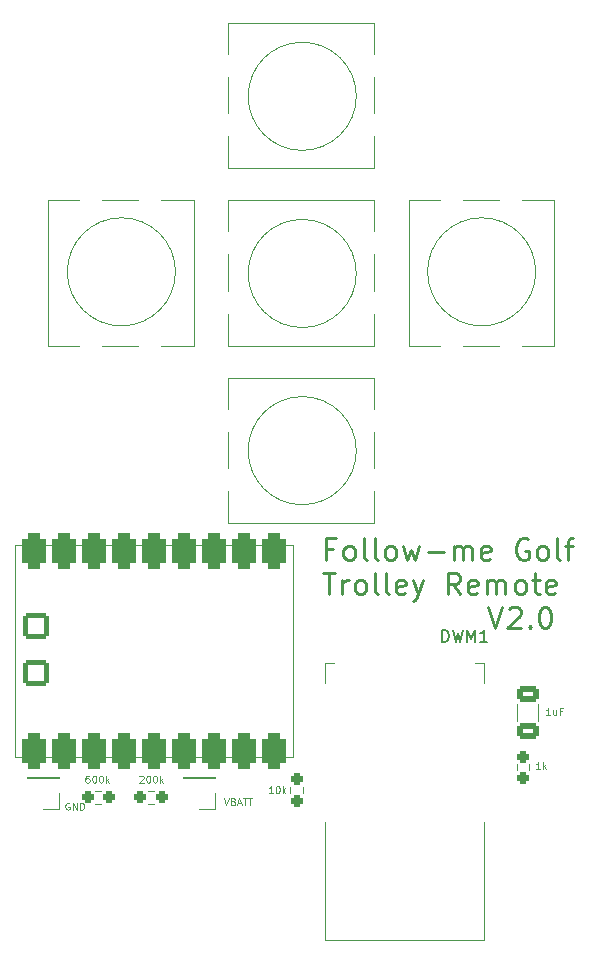
<source format=gto>
G04 #@! TF.GenerationSoftware,KiCad,Pcbnew,7.0.10*
G04 #@! TF.CreationDate,2024-05-11T00:59:34-04:00*
G04 #@! TF.ProjectId,Remote PCB V2,52656d6f-7465-4205-9043-422056322e6b,rev?*
G04 #@! TF.SameCoordinates,Original*
G04 #@! TF.FileFunction,Legend,Top*
G04 #@! TF.FilePolarity,Positive*
%FSLAX46Y46*%
G04 Gerber Fmt 4.6, Leading zero omitted, Abs format (unit mm)*
G04 Created by KiCad (PCBNEW 7.0.10) date 2024-05-11 00:59:34*
%MOMM*%
%LPD*%
G01*
G04 APERTURE LIST*
G04 Aperture macros list*
%AMRoundRect*
0 Rectangle with rounded corners*
0 $1 Rounding radius*
0 $2 $3 $4 $5 $6 $7 $8 $9 X,Y pos of 4 corners*
0 Add a 4 corners polygon primitive as box body*
4,1,4,$2,$3,$4,$5,$6,$7,$8,$9,$2,$3,0*
0 Add four circle primitives for the rounded corners*
1,1,$1+$1,$2,$3*
1,1,$1+$1,$4,$5*
1,1,$1+$1,$6,$7*
1,1,$1+$1,$8,$9*
0 Add four rect primitives between the rounded corners*
20,1,$1+$1,$2,$3,$4,$5,0*
20,1,$1+$1,$4,$5,$6,$7,0*
20,1,$1+$1,$6,$7,$8,$9,0*
20,1,$1+$1,$8,$9,$2,$3,0*%
G04 Aperture macros list end*
%ADD10C,0.100000*%
%ADD11C,0.270000*%
%ADD12C,0.150000*%
%ADD13C,0.120000*%
%ADD14RoundRect,0.250000X-0.650000X0.412500X-0.650000X-0.412500X0.650000X-0.412500X0.650000X0.412500X0*%
%ADD15R,1.700000X1.700000*%
%ADD16O,3.048000X1.850000*%
%ADD17RoundRect,0.237500X0.237500X-0.250000X0.237500X0.250000X-0.237500X0.250000X-0.237500X-0.250000X0*%
%ADD18RoundRect,0.237500X-0.237500X0.250000X-0.237500X-0.250000X0.237500X-0.250000X0.237500X0.250000X0*%
%ADD19O,1.850000X3.048000*%
%ADD20RoundRect,0.237500X0.250000X0.237500X-0.250000X0.237500X-0.250000X-0.237500X0.250000X-0.237500X0*%
%ADD21RoundRect,0.500000X0.500000X-1.000000X0.500000X1.000000X-0.500000X1.000000X-0.500000X-1.000000X0*%
%ADD22RoundRect,0.220000X0.880000X-0.880000X0.880000X0.880000X-0.880000X0.880000X-0.880000X-0.880000X0*%
%ADD23R,1.000000X1.000000*%
%ADD24C,1.300000*%
%ADD25C,1.200000*%
%ADD26R,2.450000X1.000000*%
%ADD27R,1.000000X2.450000*%
G04 APERTURE END LIST*
D10*
X106735571Y-63264371D02*
X106392714Y-63264371D01*
X106564143Y-63264371D02*
X106564143Y-62664371D01*
X106564143Y-62664371D02*
X106507000Y-62750085D01*
X106507000Y-62750085D02*
X106449857Y-62807228D01*
X106449857Y-62807228D02*
X106392714Y-62835800D01*
X106992715Y-63264371D02*
X106992715Y-62664371D01*
X107049858Y-63035800D02*
X107221286Y-63264371D01*
X107221286Y-62864371D02*
X106992715Y-63092942D01*
X68515000Y-63807371D02*
X68400714Y-63807371D01*
X68400714Y-63807371D02*
X68343571Y-63835942D01*
X68343571Y-63835942D02*
X68315000Y-63864514D01*
X68315000Y-63864514D02*
X68257857Y-63950228D01*
X68257857Y-63950228D02*
X68229285Y-64064514D01*
X68229285Y-64064514D02*
X68229285Y-64293085D01*
X68229285Y-64293085D02*
X68257857Y-64350228D01*
X68257857Y-64350228D02*
X68286428Y-64378800D01*
X68286428Y-64378800D02*
X68343571Y-64407371D01*
X68343571Y-64407371D02*
X68457857Y-64407371D01*
X68457857Y-64407371D02*
X68515000Y-64378800D01*
X68515000Y-64378800D02*
X68543571Y-64350228D01*
X68543571Y-64350228D02*
X68572142Y-64293085D01*
X68572142Y-64293085D02*
X68572142Y-64150228D01*
X68572142Y-64150228D02*
X68543571Y-64093085D01*
X68543571Y-64093085D02*
X68515000Y-64064514D01*
X68515000Y-64064514D02*
X68457857Y-64035942D01*
X68457857Y-64035942D02*
X68343571Y-64035942D01*
X68343571Y-64035942D02*
X68286428Y-64064514D01*
X68286428Y-64064514D02*
X68257857Y-64093085D01*
X68257857Y-64093085D02*
X68229285Y-64150228D01*
X68943571Y-63807371D02*
X69000714Y-63807371D01*
X69000714Y-63807371D02*
X69057857Y-63835942D01*
X69057857Y-63835942D02*
X69086429Y-63864514D01*
X69086429Y-63864514D02*
X69115000Y-63921657D01*
X69115000Y-63921657D02*
X69143571Y-64035942D01*
X69143571Y-64035942D02*
X69143571Y-64178800D01*
X69143571Y-64178800D02*
X69115000Y-64293085D01*
X69115000Y-64293085D02*
X69086429Y-64350228D01*
X69086429Y-64350228D02*
X69057857Y-64378800D01*
X69057857Y-64378800D02*
X69000714Y-64407371D01*
X69000714Y-64407371D02*
X68943571Y-64407371D01*
X68943571Y-64407371D02*
X68886429Y-64378800D01*
X68886429Y-64378800D02*
X68857857Y-64350228D01*
X68857857Y-64350228D02*
X68829286Y-64293085D01*
X68829286Y-64293085D02*
X68800714Y-64178800D01*
X68800714Y-64178800D02*
X68800714Y-64035942D01*
X68800714Y-64035942D02*
X68829286Y-63921657D01*
X68829286Y-63921657D02*
X68857857Y-63864514D01*
X68857857Y-63864514D02*
X68886429Y-63835942D01*
X68886429Y-63835942D02*
X68943571Y-63807371D01*
X69515000Y-63807371D02*
X69572143Y-63807371D01*
X69572143Y-63807371D02*
X69629286Y-63835942D01*
X69629286Y-63835942D02*
X69657858Y-63864514D01*
X69657858Y-63864514D02*
X69686429Y-63921657D01*
X69686429Y-63921657D02*
X69715000Y-64035942D01*
X69715000Y-64035942D02*
X69715000Y-64178800D01*
X69715000Y-64178800D02*
X69686429Y-64293085D01*
X69686429Y-64293085D02*
X69657858Y-64350228D01*
X69657858Y-64350228D02*
X69629286Y-64378800D01*
X69629286Y-64378800D02*
X69572143Y-64407371D01*
X69572143Y-64407371D02*
X69515000Y-64407371D01*
X69515000Y-64407371D02*
X69457858Y-64378800D01*
X69457858Y-64378800D02*
X69429286Y-64350228D01*
X69429286Y-64350228D02*
X69400715Y-64293085D01*
X69400715Y-64293085D02*
X69372143Y-64178800D01*
X69372143Y-64178800D02*
X69372143Y-64035942D01*
X69372143Y-64035942D02*
X69400715Y-63921657D01*
X69400715Y-63921657D02*
X69429286Y-63864514D01*
X69429286Y-63864514D02*
X69457858Y-63835942D01*
X69457858Y-63835942D02*
X69515000Y-63807371D01*
X69972144Y-64407371D02*
X69972144Y-63807371D01*
X70029287Y-64178800D02*
X70200715Y-64407371D01*
X70200715Y-64007371D02*
X69972144Y-64235942D01*
X79938713Y-65712371D02*
X80138713Y-66312371D01*
X80138713Y-66312371D02*
X80338713Y-65712371D01*
X80738714Y-65998085D02*
X80824428Y-66026657D01*
X80824428Y-66026657D02*
X80852999Y-66055228D01*
X80852999Y-66055228D02*
X80881571Y-66112371D01*
X80881571Y-66112371D02*
X80881571Y-66198085D01*
X80881571Y-66198085D02*
X80852999Y-66255228D01*
X80852999Y-66255228D02*
X80824428Y-66283800D01*
X80824428Y-66283800D02*
X80767285Y-66312371D01*
X80767285Y-66312371D02*
X80538714Y-66312371D01*
X80538714Y-66312371D02*
X80538714Y-65712371D01*
X80538714Y-65712371D02*
X80738714Y-65712371D01*
X80738714Y-65712371D02*
X80795857Y-65740942D01*
X80795857Y-65740942D02*
X80824428Y-65769514D01*
X80824428Y-65769514D02*
X80852999Y-65826657D01*
X80852999Y-65826657D02*
X80852999Y-65883800D01*
X80852999Y-65883800D02*
X80824428Y-65940942D01*
X80824428Y-65940942D02*
X80795857Y-65969514D01*
X80795857Y-65969514D02*
X80738714Y-65998085D01*
X80738714Y-65998085D02*
X80538714Y-65998085D01*
X81110142Y-66140942D02*
X81395857Y-66140942D01*
X81052999Y-66312371D02*
X81252999Y-65712371D01*
X81252999Y-65712371D02*
X81452999Y-66312371D01*
X81567285Y-65712371D02*
X81910143Y-65712371D01*
X81738714Y-66312371D02*
X81738714Y-65712371D01*
X82024428Y-65712371D02*
X82367286Y-65712371D01*
X82195857Y-66312371D02*
X82195857Y-65712371D01*
D11*
X89217202Y-44588817D02*
X88617202Y-44588817D01*
X88617202Y-45531674D02*
X88617202Y-43731674D01*
X88617202Y-43731674D02*
X89474345Y-43731674D01*
X90417202Y-45531674D02*
X90245773Y-45445960D01*
X90245773Y-45445960D02*
X90160059Y-45360245D01*
X90160059Y-45360245D02*
X90074345Y-45188817D01*
X90074345Y-45188817D02*
X90074345Y-44674531D01*
X90074345Y-44674531D02*
X90160059Y-44503102D01*
X90160059Y-44503102D02*
X90245773Y-44417388D01*
X90245773Y-44417388D02*
X90417202Y-44331674D01*
X90417202Y-44331674D02*
X90674345Y-44331674D01*
X90674345Y-44331674D02*
X90845773Y-44417388D01*
X90845773Y-44417388D02*
X90931488Y-44503102D01*
X90931488Y-44503102D02*
X91017202Y-44674531D01*
X91017202Y-44674531D02*
X91017202Y-45188817D01*
X91017202Y-45188817D02*
X90931488Y-45360245D01*
X90931488Y-45360245D02*
X90845773Y-45445960D01*
X90845773Y-45445960D02*
X90674345Y-45531674D01*
X90674345Y-45531674D02*
X90417202Y-45531674D01*
X92045773Y-45531674D02*
X91874344Y-45445960D01*
X91874344Y-45445960D02*
X91788630Y-45274531D01*
X91788630Y-45274531D02*
X91788630Y-43731674D01*
X92988630Y-45531674D02*
X92817201Y-45445960D01*
X92817201Y-45445960D02*
X92731487Y-45274531D01*
X92731487Y-45274531D02*
X92731487Y-43731674D01*
X93931487Y-45531674D02*
X93760058Y-45445960D01*
X93760058Y-45445960D02*
X93674344Y-45360245D01*
X93674344Y-45360245D02*
X93588630Y-45188817D01*
X93588630Y-45188817D02*
X93588630Y-44674531D01*
X93588630Y-44674531D02*
X93674344Y-44503102D01*
X93674344Y-44503102D02*
X93760058Y-44417388D01*
X93760058Y-44417388D02*
X93931487Y-44331674D01*
X93931487Y-44331674D02*
X94188630Y-44331674D01*
X94188630Y-44331674D02*
X94360058Y-44417388D01*
X94360058Y-44417388D02*
X94445773Y-44503102D01*
X94445773Y-44503102D02*
X94531487Y-44674531D01*
X94531487Y-44674531D02*
X94531487Y-45188817D01*
X94531487Y-45188817D02*
X94445773Y-45360245D01*
X94445773Y-45360245D02*
X94360058Y-45445960D01*
X94360058Y-45445960D02*
X94188630Y-45531674D01*
X94188630Y-45531674D02*
X93931487Y-45531674D01*
X95131486Y-44331674D02*
X95474344Y-45531674D01*
X95474344Y-45531674D02*
X95817201Y-44674531D01*
X95817201Y-44674531D02*
X96160058Y-45531674D01*
X96160058Y-45531674D02*
X96502915Y-44331674D01*
X97188629Y-44845960D02*
X98560058Y-44845960D01*
X99417200Y-45531674D02*
X99417200Y-44331674D01*
X99417200Y-44503102D02*
X99502914Y-44417388D01*
X99502914Y-44417388D02*
X99674343Y-44331674D01*
X99674343Y-44331674D02*
X99931486Y-44331674D01*
X99931486Y-44331674D02*
X100102914Y-44417388D01*
X100102914Y-44417388D02*
X100188629Y-44588817D01*
X100188629Y-44588817D02*
X100188629Y-45531674D01*
X100188629Y-44588817D02*
X100274343Y-44417388D01*
X100274343Y-44417388D02*
X100445771Y-44331674D01*
X100445771Y-44331674D02*
X100702914Y-44331674D01*
X100702914Y-44331674D02*
X100874343Y-44417388D01*
X100874343Y-44417388D02*
X100960057Y-44588817D01*
X100960057Y-44588817D02*
X100960057Y-45531674D01*
X102502914Y-45445960D02*
X102331486Y-45531674D01*
X102331486Y-45531674D02*
X101988629Y-45531674D01*
X101988629Y-45531674D02*
X101817200Y-45445960D01*
X101817200Y-45445960D02*
X101731486Y-45274531D01*
X101731486Y-45274531D02*
X101731486Y-44588817D01*
X101731486Y-44588817D02*
X101817200Y-44417388D01*
X101817200Y-44417388D02*
X101988629Y-44331674D01*
X101988629Y-44331674D02*
X102331486Y-44331674D01*
X102331486Y-44331674D02*
X102502914Y-44417388D01*
X102502914Y-44417388D02*
X102588629Y-44588817D01*
X102588629Y-44588817D02*
X102588629Y-44760245D01*
X102588629Y-44760245D02*
X101731486Y-44931674D01*
X105674343Y-43817388D02*
X105502915Y-43731674D01*
X105502915Y-43731674D02*
X105245772Y-43731674D01*
X105245772Y-43731674D02*
X104988629Y-43817388D01*
X104988629Y-43817388D02*
X104817200Y-43988817D01*
X104817200Y-43988817D02*
X104731486Y-44160245D01*
X104731486Y-44160245D02*
X104645772Y-44503102D01*
X104645772Y-44503102D02*
X104645772Y-44760245D01*
X104645772Y-44760245D02*
X104731486Y-45103102D01*
X104731486Y-45103102D02*
X104817200Y-45274531D01*
X104817200Y-45274531D02*
X104988629Y-45445960D01*
X104988629Y-45445960D02*
X105245772Y-45531674D01*
X105245772Y-45531674D02*
X105417200Y-45531674D01*
X105417200Y-45531674D02*
X105674343Y-45445960D01*
X105674343Y-45445960D02*
X105760057Y-45360245D01*
X105760057Y-45360245D02*
X105760057Y-44760245D01*
X105760057Y-44760245D02*
X105417200Y-44760245D01*
X106788629Y-45531674D02*
X106617200Y-45445960D01*
X106617200Y-45445960D02*
X106531486Y-45360245D01*
X106531486Y-45360245D02*
X106445772Y-45188817D01*
X106445772Y-45188817D02*
X106445772Y-44674531D01*
X106445772Y-44674531D02*
X106531486Y-44503102D01*
X106531486Y-44503102D02*
X106617200Y-44417388D01*
X106617200Y-44417388D02*
X106788629Y-44331674D01*
X106788629Y-44331674D02*
X107045772Y-44331674D01*
X107045772Y-44331674D02*
X107217200Y-44417388D01*
X107217200Y-44417388D02*
X107302915Y-44503102D01*
X107302915Y-44503102D02*
X107388629Y-44674531D01*
X107388629Y-44674531D02*
X107388629Y-45188817D01*
X107388629Y-45188817D02*
X107302915Y-45360245D01*
X107302915Y-45360245D02*
X107217200Y-45445960D01*
X107217200Y-45445960D02*
X107045772Y-45531674D01*
X107045772Y-45531674D02*
X106788629Y-45531674D01*
X108417200Y-45531674D02*
X108245771Y-45445960D01*
X108245771Y-45445960D02*
X108160057Y-45274531D01*
X108160057Y-45274531D02*
X108160057Y-43731674D01*
X108845771Y-44331674D02*
X109531485Y-44331674D01*
X109102914Y-45531674D02*
X109102914Y-43988817D01*
X109102914Y-43988817D02*
X109188628Y-43817388D01*
X109188628Y-43817388D02*
X109360057Y-43731674D01*
X109360057Y-43731674D02*
X109531485Y-43731674D01*
X88360059Y-46629674D02*
X89388631Y-46629674D01*
X88874345Y-48429674D02*
X88874345Y-46629674D01*
X89988631Y-48429674D02*
X89988631Y-47229674D01*
X89988631Y-47572531D02*
X90074345Y-47401102D01*
X90074345Y-47401102D02*
X90160060Y-47315388D01*
X90160060Y-47315388D02*
X90331488Y-47229674D01*
X90331488Y-47229674D02*
X90502917Y-47229674D01*
X91360060Y-48429674D02*
X91188631Y-48343960D01*
X91188631Y-48343960D02*
X91102917Y-48258245D01*
X91102917Y-48258245D02*
X91017203Y-48086817D01*
X91017203Y-48086817D02*
X91017203Y-47572531D01*
X91017203Y-47572531D02*
X91102917Y-47401102D01*
X91102917Y-47401102D02*
X91188631Y-47315388D01*
X91188631Y-47315388D02*
X91360060Y-47229674D01*
X91360060Y-47229674D02*
X91617203Y-47229674D01*
X91617203Y-47229674D02*
X91788631Y-47315388D01*
X91788631Y-47315388D02*
X91874346Y-47401102D01*
X91874346Y-47401102D02*
X91960060Y-47572531D01*
X91960060Y-47572531D02*
X91960060Y-48086817D01*
X91960060Y-48086817D02*
X91874346Y-48258245D01*
X91874346Y-48258245D02*
X91788631Y-48343960D01*
X91788631Y-48343960D02*
X91617203Y-48429674D01*
X91617203Y-48429674D02*
X91360060Y-48429674D01*
X92988631Y-48429674D02*
X92817202Y-48343960D01*
X92817202Y-48343960D02*
X92731488Y-48172531D01*
X92731488Y-48172531D02*
X92731488Y-46629674D01*
X93931488Y-48429674D02*
X93760059Y-48343960D01*
X93760059Y-48343960D02*
X93674345Y-48172531D01*
X93674345Y-48172531D02*
X93674345Y-46629674D01*
X95302916Y-48343960D02*
X95131488Y-48429674D01*
X95131488Y-48429674D02*
X94788631Y-48429674D01*
X94788631Y-48429674D02*
X94617202Y-48343960D01*
X94617202Y-48343960D02*
X94531488Y-48172531D01*
X94531488Y-48172531D02*
X94531488Y-47486817D01*
X94531488Y-47486817D02*
X94617202Y-47315388D01*
X94617202Y-47315388D02*
X94788631Y-47229674D01*
X94788631Y-47229674D02*
X95131488Y-47229674D01*
X95131488Y-47229674D02*
X95302916Y-47315388D01*
X95302916Y-47315388D02*
X95388631Y-47486817D01*
X95388631Y-47486817D02*
X95388631Y-47658245D01*
X95388631Y-47658245D02*
X94531488Y-47829674D01*
X95988630Y-47229674D02*
X96417202Y-48429674D01*
X96845773Y-47229674D02*
X96417202Y-48429674D01*
X96417202Y-48429674D02*
X96245773Y-48858245D01*
X96245773Y-48858245D02*
X96160059Y-48943960D01*
X96160059Y-48943960D02*
X95988630Y-49029674D01*
X99931488Y-48429674D02*
X99331488Y-47572531D01*
X98902917Y-48429674D02*
X98902917Y-46629674D01*
X98902917Y-46629674D02*
X99588631Y-46629674D01*
X99588631Y-46629674D02*
X99760060Y-46715388D01*
X99760060Y-46715388D02*
X99845774Y-46801102D01*
X99845774Y-46801102D02*
X99931488Y-46972531D01*
X99931488Y-46972531D02*
X99931488Y-47229674D01*
X99931488Y-47229674D02*
X99845774Y-47401102D01*
X99845774Y-47401102D02*
X99760060Y-47486817D01*
X99760060Y-47486817D02*
X99588631Y-47572531D01*
X99588631Y-47572531D02*
X98902917Y-47572531D01*
X101388631Y-48343960D02*
X101217203Y-48429674D01*
X101217203Y-48429674D02*
X100874346Y-48429674D01*
X100874346Y-48429674D02*
X100702917Y-48343960D01*
X100702917Y-48343960D02*
X100617203Y-48172531D01*
X100617203Y-48172531D02*
X100617203Y-47486817D01*
X100617203Y-47486817D02*
X100702917Y-47315388D01*
X100702917Y-47315388D02*
X100874346Y-47229674D01*
X100874346Y-47229674D02*
X101217203Y-47229674D01*
X101217203Y-47229674D02*
X101388631Y-47315388D01*
X101388631Y-47315388D02*
X101474346Y-47486817D01*
X101474346Y-47486817D02*
X101474346Y-47658245D01*
X101474346Y-47658245D02*
X100617203Y-47829674D01*
X102245774Y-48429674D02*
X102245774Y-47229674D01*
X102245774Y-47401102D02*
X102331488Y-47315388D01*
X102331488Y-47315388D02*
X102502917Y-47229674D01*
X102502917Y-47229674D02*
X102760060Y-47229674D01*
X102760060Y-47229674D02*
X102931488Y-47315388D01*
X102931488Y-47315388D02*
X103017203Y-47486817D01*
X103017203Y-47486817D02*
X103017203Y-48429674D01*
X103017203Y-47486817D02*
X103102917Y-47315388D01*
X103102917Y-47315388D02*
X103274345Y-47229674D01*
X103274345Y-47229674D02*
X103531488Y-47229674D01*
X103531488Y-47229674D02*
X103702917Y-47315388D01*
X103702917Y-47315388D02*
X103788631Y-47486817D01*
X103788631Y-47486817D02*
X103788631Y-48429674D01*
X104902917Y-48429674D02*
X104731488Y-48343960D01*
X104731488Y-48343960D02*
X104645774Y-48258245D01*
X104645774Y-48258245D02*
X104560060Y-48086817D01*
X104560060Y-48086817D02*
X104560060Y-47572531D01*
X104560060Y-47572531D02*
X104645774Y-47401102D01*
X104645774Y-47401102D02*
X104731488Y-47315388D01*
X104731488Y-47315388D02*
X104902917Y-47229674D01*
X104902917Y-47229674D02*
X105160060Y-47229674D01*
X105160060Y-47229674D02*
X105331488Y-47315388D01*
X105331488Y-47315388D02*
X105417203Y-47401102D01*
X105417203Y-47401102D02*
X105502917Y-47572531D01*
X105502917Y-47572531D02*
X105502917Y-48086817D01*
X105502917Y-48086817D02*
X105417203Y-48258245D01*
X105417203Y-48258245D02*
X105331488Y-48343960D01*
X105331488Y-48343960D02*
X105160060Y-48429674D01*
X105160060Y-48429674D02*
X104902917Y-48429674D01*
X106017202Y-47229674D02*
X106702916Y-47229674D01*
X106274345Y-46629674D02*
X106274345Y-48172531D01*
X106274345Y-48172531D02*
X106360059Y-48343960D01*
X106360059Y-48343960D02*
X106531488Y-48429674D01*
X106531488Y-48429674D02*
X106702916Y-48429674D01*
X107988630Y-48343960D02*
X107817202Y-48429674D01*
X107817202Y-48429674D02*
X107474345Y-48429674D01*
X107474345Y-48429674D02*
X107302916Y-48343960D01*
X107302916Y-48343960D02*
X107217202Y-48172531D01*
X107217202Y-48172531D02*
X107217202Y-47486817D01*
X107217202Y-47486817D02*
X107302916Y-47315388D01*
X107302916Y-47315388D02*
X107474345Y-47229674D01*
X107474345Y-47229674D02*
X107817202Y-47229674D01*
X107817202Y-47229674D02*
X107988630Y-47315388D01*
X107988630Y-47315388D02*
X108074345Y-47486817D01*
X108074345Y-47486817D02*
X108074345Y-47658245D01*
X108074345Y-47658245D02*
X107217202Y-47829674D01*
X102331487Y-49527674D02*
X102931487Y-51327674D01*
X102931487Y-51327674D02*
X103531487Y-49527674D01*
X104045773Y-49699102D02*
X104131487Y-49613388D01*
X104131487Y-49613388D02*
X104302916Y-49527674D01*
X104302916Y-49527674D02*
X104731487Y-49527674D01*
X104731487Y-49527674D02*
X104902916Y-49613388D01*
X104902916Y-49613388D02*
X104988630Y-49699102D01*
X104988630Y-49699102D02*
X105074344Y-49870531D01*
X105074344Y-49870531D02*
X105074344Y-50041960D01*
X105074344Y-50041960D02*
X104988630Y-50299102D01*
X104988630Y-50299102D02*
X103960058Y-51327674D01*
X103960058Y-51327674D02*
X105074344Y-51327674D01*
X105845773Y-51156245D02*
X105931487Y-51241960D01*
X105931487Y-51241960D02*
X105845773Y-51327674D01*
X105845773Y-51327674D02*
X105760059Y-51241960D01*
X105760059Y-51241960D02*
X105845773Y-51156245D01*
X105845773Y-51156245D02*
X105845773Y-51327674D01*
X107045773Y-49527674D02*
X107217202Y-49527674D01*
X107217202Y-49527674D02*
X107388630Y-49613388D01*
X107388630Y-49613388D02*
X107474345Y-49699102D01*
X107474345Y-49699102D02*
X107560059Y-49870531D01*
X107560059Y-49870531D02*
X107645773Y-50213388D01*
X107645773Y-50213388D02*
X107645773Y-50641960D01*
X107645773Y-50641960D02*
X107560059Y-50984817D01*
X107560059Y-50984817D02*
X107474345Y-51156245D01*
X107474345Y-51156245D02*
X107388630Y-51241960D01*
X107388630Y-51241960D02*
X107217202Y-51327674D01*
X107217202Y-51327674D02*
X107045773Y-51327674D01*
X107045773Y-51327674D02*
X106874345Y-51241960D01*
X106874345Y-51241960D02*
X106788630Y-51156245D01*
X106788630Y-51156245D02*
X106702916Y-50984817D01*
X106702916Y-50984817D02*
X106617202Y-50641960D01*
X106617202Y-50641960D02*
X106617202Y-50213388D01*
X106617202Y-50213388D02*
X106702916Y-49870531D01*
X106702916Y-49870531D02*
X106788630Y-49699102D01*
X106788630Y-49699102D02*
X106874345Y-49613388D01*
X106874345Y-49613388D02*
X107045773Y-49527674D01*
D10*
X72801285Y-63864514D02*
X72829857Y-63835942D01*
X72829857Y-63835942D02*
X72887000Y-63807371D01*
X72887000Y-63807371D02*
X73029857Y-63807371D01*
X73029857Y-63807371D02*
X73087000Y-63835942D01*
X73087000Y-63835942D02*
X73115571Y-63864514D01*
X73115571Y-63864514D02*
X73144142Y-63921657D01*
X73144142Y-63921657D02*
X73144142Y-63978800D01*
X73144142Y-63978800D02*
X73115571Y-64064514D01*
X73115571Y-64064514D02*
X72772714Y-64407371D01*
X72772714Y-64407371D02*
X73144142Y-64407371D01*
X73515571Y-63807371D02*
X73572714Y-63807371D01*
X73572714Y-63807371D02*
X73629857Y-63835942D01*
X73629857Y-63835942D02*
X73658429Y-63864514D01*
X73658429Y-63864514D02*
X73687000Y-63921657D01*
X73687000Y-63921657D02*
X73715571Y-64035942D01*
X73715571Y-64035942D02*
X73715571Y-64178800D01*
X73715571Y-64178800D02*
X73687000Y-64293085D01*
X73687000Y-64293085D02*
X73658429Y-64350228D01*
X73658429Y-64350228D02*
X73629857Y-64378800D01*
X73629857Y-64378800D02*
X73572714Y-64407371D01*
X73572714Y-64407371D02*
X73515571Y-64407371D01*
X73515571Y-64407371D02*
X73458429Y-64378800D01*
X73458429Y-64378800D02*
X73429857Y-64350228D01*
X73429857Y-64350228D02*
X73401286Y-64293085D01*
X73401286Y-64293085D02*
X73372714Y-64178800D01*
X73372714Y-64178800D02*
X73372714Y-64035942D01*
X73372714Y-64035942D02*
X73401286Y-63921657D01*
X73401286Y-63921657D02*
X73429857Y-63864514D01*
X73429857Y-63864514D02*
X73458429Y-63835942D01*
X73458429Y-63835942D02*
X73515571Y-63807371D01*
X74087000Y-63807371D02*
X74144143Y-63807371D01*
X74144143Y-63807371D02*
X74201286Y-63835942D01*
X74201286Y-63835942D02*
X74229858Y-63864514D01*
X74229858Y-63864514D02*
X74258429Y-63921657D01*
X74258429Y-63921657D02*
X74287000Y-64035942D01*
X74287000Y-64035942D02*
X74287000Y-64178800D01*
X74287000Y-64178800D02*
X74258429Y-64293085D01*
X74258429Y-64293085D02*
X74229858Y-64350228D01*
X74229858Y-64350228D02*
X74201286Y-64378800D01*
X74201286Y-64378800D02*
X74144143Y-64407371D01*
X74144143Y-64407371D02*
X74087000Y-64407371D01*
X74087000Y-64407371D02*
X74029858Y-64378800D01*
X74029858Y-64378800D02*
X74001286Y-64350228D01*
X74001286Y-64350228D02*
X73972715Y-64293085D01*
X73972715Y-64293085D02*
X73944143Y-64178800D01*
X73944143Y-64178800D02*
X73944143Y-64035942D01*
X73944143Y-64035942D02*
X73972715Y-63921657D01*
X73972715Y-63921657D02*
X74001286Y-63864514D01*
X74001286Y-63864514D02*
X74029858Y-63835942D01*
X74029858Y-63835942D02*
X74087000Y-63807371D01*
X74544144Y-64407371D02*
X74544144Y-63807371D01*
X74601287Y-64178800D02*
X74772715Y-64407371D01*
X74772715Y-64007371D02*
X74544144Y-64235942D01*
X107592856Y-58692371D02*
X107249999Y-58692371D01*
X107421428Y-58692371D02*
X107421428Y-58092371D01*
X107421428Y-58092371D02*
X107364285Y-58178085D01*
X107364285Y-58178085D02*
X107307142Y-58235228D01*
X107307142Y-58235228D02*
X107249999Y-58263800D01*
X108107143Y-58292371D02*
X108107143Y-58692371D01*
X107850000Y-58292371D02*
X107850000Y-58606657D01*
X107850000Y-58606657D02*
X107878571Y-58663800D01*
X107878571Y-58663800D02*
X107935714Y-58692371D01*
X107935714Y-58692371D02*
X108021428Y-58692371D01*
X108021428Y-58692371D02*
X108078571Y-58663800D01*
X108078571Y-58663800D02*
X108107143Y-58635228D01*
X108592857Y-58378085D02*
X108392857Y-58378085D01*
X108392857Y-58692371D02*
X108392857Y-58092371D01*
X108392857Y-58092371D02*
X108678571Y-58092371D01*
X84097856Y-65296371D02*
X83754999Y-65296371D01*
X83926428Y-65296371D02*
X83926428Y-64696371D01*
X83926428Y-64696371D02*
X83869285Y-64782085D01*
X83869285Y-64782085D02*
X83812142Y-64839228D01*
X83812142Y-64839228D02*
X83754999Y-64867800D01*
X84469285Y-64696371D02*
X84526428Y-64696371D01*
X84526428Y-64696371D02*
X84583571Y-64724942D01*
X84583571Y-64724942D02*
X84612143Y-64753514D01*
X84612143Y-64753514D02*
X84640714Y-64810657D01*
X84640714Y-64810657D02*
X84669285Y-64924942D01*
X84669285Y-64924942D02*
X84669285Y-65067800D01*
X84669285Y-65067800D02*
X84640714Y-65182085D01*
X84640714Y-65182085D02*
X84612143Y-65239228D01*
X84612143Y-65239228D02*
X84583571Y-65267800D01*
X84583571Y-65267800D02*
X84526428Y-65296371D01*
X84526428Y-65296371D02*
X84469285Y-65296371D01*
X84469285Y-65296371D02*
X84412143Y-65267800D01*
X84412143Y-65267800D02*
X84383571Y-65239228D01*
X84383571Y-65239228D02*
X84355000Y-65182085D01*
X84355000Y-65182085D02*
X84326428Y-65067800D01*
X84326428Y-65067800D02*
X84326428Y-64924942D01*
X84326428Y-64924942D02*
X84355000Y-64810657D01*
X84355000Y-64810657D02*
X84383571Y-64753514D01*
X84383571Y-64753514D02*
X84412143Y-64724942D01*
X84412143Y-64724942D02*
X84469285Y-64696371D01*
X84926429Y-65296371D02*
X84926429Y-64696371D01*
X84983572Y-65067800D02*
X85155000Y-65296371D01*
X85155000Y-64896371D02*
X84926429Y-65124942D01*
X66852857Y-66121942D02*
X66795715Y-66093371D01*
X66795715Y-66093371D02*
X66710000Y-66093371D01*
X66710000Y-66093371D02*
X66624286Y-66121942D01*
X66624286Y-66121942D02*
X66567143Y-66179085D01*
X66567143Y-66179085D02*
X66538572Y-66236228D01*
X66538572Y-66236228D02*
X66510000Y-66350514D01*
X66510000Y-66350514D02*
X66510000Y-66436228D01*
X66510000Y-66436228D02*
X66538572Y-66550514D01*
X66538572Y-66550514D02*
X66567143Y-66607657D01*
X66567143Y-66607657D02*
X66624286Y-66664800D01*
X66624286Y-66664800D02*
X66710000Y-66693371D01*
X66710000Y-66693371D02*
X66767143Y-66693371D01*
X66767143Y-66693371D02*
X66852857Y-66664800D01*
X66852857Y-66664800D02*
X66881429Y-66636228D01*
X66881429Y-66636228D02*
X66881429Y-66436228D01*
X66881429Y-66436228D02*
X66767143Y-66436228D01*
X67138572Y-66693371D02*
X67138572Y-66093371D01*
X67138572Y-66093371D02*
X67481429Y-66693371D01*
X67481429Y-66693371D02*
X67481429Y-66093371D01*
X67767143Y-66693371D02*
X67767143Y-66093371D01*
X67767143Y-66093371D02*
X67910000Y-66093371D01*
X67910000Y-66093371D02*
X67995714Y-66121942D01*
X67995714Y-66121942D02*
X68052857Y-66179085D01*
X68052857Y-66179085D02*
X68081428Y-66236228D01*
X68081428Y-66236228D02*
X68110000Y-66350514D01*
X68110000Y-66350514D02*
X68110000Y-66436228D01*
X68110000Y-66436228D02*
X68081428Y-66550514D01*
X68081428Y-66550514D02*
X68052857Y-66607657D01*
X68052857Y-66607657D02*
X67995714Y-66664800D01*
X67995714Y-66664800D02*
X67910000Y-66693371D01*
X67910000Y-66693371D02*
X67767143Y-66693371D01*
D12*
X98429048Y-52488819D02*
X98429048Y-51488819D01*
X98429048Y-51488819D02*
X98667143Y-51488819D01*
X98667143Y-51488819D02*
X98810000Y-51536438D01*
X98810000Y-51536438D02*
X98905238Y-51631676D01*
X98905238Y-51631676D02*
X98952857Y-51726914D01*
X98952857Y-51726914D02*
X99000476Y-51917390D01*
X99000476Y-51917390D02*
X99000476Y-52060247D01*
X99000476Y-52060247D02*
X98952857Y-52250723D01*
X98952857Y-52250723D02*
X98905238Y-52345961D01*
X98905238Y-52345961D02*
X98810000Y-52441200D01*
X98810000Y-52441200D02*
X98667143Y-52488819D01*
X98667143Y-52488819D02*
X98429048Y-52488819D01*
X99333810Y-51488819D02*
X99571905Y-52488819D01*
X99571905Y-52488819D02*
X99762381Y-51774533D01*
X99762381Y-51774533D02*
X99952857Y-52488819D01*
X99952857Y-52488819D02*
X100190953Y-51488819D01*
X100571905Y-52488819D02*
X100571905Y-51488819D01*
X100571905Y-51488819D02*
X100905238Y-52203104D01*
X100905238Y-52203104D02*
X101238571Y-51488819D01*
X101238571Y-51488819D02*
X101238571Y-52488819D01*
X102238571Y-52488819D02*
X101667143Y-52488819D01*
X101952857Y-52488819D02*
X101952857Y-51488819D01*
X101952857Y-51488819D02*
X101857619Y-51631676D01*
X101857619Y-51631676D02*
X101762381Y-51726914D01*
X101762381Y-51726914D02*
X101667143Y-51774533D01*
D13*
X106574000Y-57747248D02*
X106574000Y-59169752D01*
X104754000Y-57747248D02*
X104754000Y-59169752D01*
X79181000Y-66608000D02*
X77851000Y-66608000D01*
X79181000Y-65278000D02*
X79181000Y-66608000D01*
X79181000Y-64008000D02*
X79181000Y-63948000D01*
X79181000Y-64008000D02*
X76521000Y-64008000D01*
X79181000Y-63948000D02*
X76521000Y-63948000D01*
X76521000Y-64008000D02*
X76521000Y-63948000D01*
X80330000Y-104000D02*
X92630000Y-104000D01*
X80330000Y-2824000D02*
X80330000Y-104000D01*
X80330000Y-7824000D02*
X80330000Y-4684000D01*
X80330000Y-12404000D02*
X80330000Y-9684000D01*
X92630000Y-104000D02*
X92630000Y-2824000D01*
X92630000Y-4684000D02*
X92630000Y-7824000D01*
X92630000Y-9684000D02*
X92630000Y-12404000D01*
X92630000Y-12404000D02*
X80330000Y-12404000D01*
X91159050Y-6294000D02*
G75*
G03*
X82000950Y-6294000I-4579050J0D01*
G01*
X82000950Y-6294000D02*
G75*
G03*
X91159050Y-6294000I4579050J0D01*
G01*
X104760500Y-63373724D02*
X104760500Y-62864276D01*
X105805500Y-63373724D02*
X105805500Y-62864276D01*
X86628500Y-64769276D02*
X86628500Y-65278724D01*
X85583500Y-64769276D02*
X85583500Y-65278724D01*
X80330000Y-30104000D02*
X92630000Y-30104000D01*
X80330000Y-32824000D02*
X80330000Y-30104000D01*
X80330000Y-37824000D02*
X80330000Y-34684000D01*
X80330000Y-42404000D02*
X80330000Y-39684000D01*
X92630000Y-30104000D02*
X92630000Y-32824000D01*
X92630000Y-34684000D02*
X92630000Y-37824000D01*
X92630000Y-39684000D02*
X92630000Y-42404000D01*
X92630000Y-42404000D02*
X80330000Y-42404000D01*
X91159050Y-36294000D02*
G75*
G03*
X82000950Y-36294000I-4579050J0D01*
G01*
X82000950Y-36294000D02*
G75*
G03*
X91159050Y-36294000I4579050J0D01*
G01*
X65973000Y-66608000D02*
X64643000Y-66608000D01*
X65973000Y-65278000D02*
X65973000Y-66608000D01*
X65973000Y-64008000D02*
X65973000Y-63948000D01*
X65973000Y-64008000D02*
X63313000Y-64008000D01*
X65973000Y-63948000D02*
X63313000Y-63948000D01*
X63313000Y-64008000D02*
X63313000Y-63948000D01*
X65080000Y-27404000D02*
X65080000Y-15104000D01*
X67800000Y-27404000D02*
X65080000Y-27404000D01*
X72800000Y-27404000D02*
X69660000Y-27404000D01*
X77380000Y-27404000D02*
X74660000Y-27404000D01*
X65080000Y-15104000D02*
X67800000Y-15104000D01*
X69660000Y-15104000D02*
X72800000Y-15104000D01*
X74660000Y-15104000D02*
X77380000Y-15104000D01*
X77380000Y-15104000D02*
X77380000Y-27404000D01*
X75849050Y-21154000D02*
G75*
G03*
X66690950Y-21154000I-4579050J0D01*
G01*
X66690950Y-21154000D02*
G75*
G03*
X75849050Y-21154000I4579050J0D01*
G01*
X95580000Y-27404000D02*
X95580000Y-15104000D01*
X98300000Y-27404000D02*
X95580000Y-27404000D01*
X103300000Y-27404000D02*
X100160000Y-27404000D01*
X107880000Y-27404000D02*
X105160000Y-27404000D01*
X95580000Y-15104000D02*
X98300000Y-15104000D01*
X100160000Y-15104000D02*
X103300000Y-15104000D01*
X105160000Y-15104000D02*
X107880000Y-15104000D01*
X107880000Y-15104000D02*
X107880000Y-27404000D01*
X106349050Y-21154000D02*
G75*
G03*
X97190950Y-21154000I-4579050J0D01*
G01*
X97190950Y-21154000D02*
G75*
G03*
X106349050Y-21154000I4579050J0D01*
G01*
X74041724Y-66181500D02*
X73532276Y-66181500D01*
X74041724Y-65136500D02*
X73532276Y-65136500D01*
D10*
X62230000Y-62254000D02*
X85830000Y-62254000D01*
X85830000Y-62254000D02*
X85830000Y-44254000D01*
X85830000Y-44254000D02*
X62230000Y-44254000D01*
X62230000Y-44254000D02*
X62230000Y-62254000D01*
D13*
X101980000Y-77754000D02*
X101980000Y-67754000D01*
X101980000Y-77754000D02*
X88480000Y-77754000D01*
X101980000Y-54254000D02*
X101980000Y-56004000D01*
X101230000Y-54254000D02*
X101980000Y-54254000D01*
X89230000Y-54254000D02*
X88480000Y-54254000D01*
X88480000Y-77754000D02*
X88480000Y-67754000D01*
X88480000Y-54254000D02*
X88480000Y-56004000D01*
X80330000Y-15104000D02*
X92630000Y-15104000D01*
X80330000Y-17824000D02*
X80330000Y-15104000D01*
X80330000Y-22824000D02*
X80330000Y-19684000D01*
X80330000Y-27404000D02*
X80330000Y-24684000D01*
X92630000Y-15104000D02*
X92630000Y-17824000D01*
X92630000Y-19684000D02*
X92630000Y-22824000D01*
X92630000Y-24684000D02*
X92630000Y-27404000D01*
X92630000Y-27404000D02*
X80330000Y-27404000D01*
X91159050Y-21294000D02*
G75*
G03*
X82000950Y-21294000I-4579050J0D01*
G01*
X82000950Y-21294000D02*
G75*
G03*
X91159050Y-21294000I4579050J0D01*
G01*
X69573224Y-66181500D02*
X69063776Y-66181500D01*
X69573224Y-65136500D02*
X69063776Y-65136500D01*
%LPC*%
D14*
X105664000Y-56896000D03*
X105664000Y-60021000D03*
D15*
X77851000Y-65278000D03*
D16*
X80230000Y-3754000D03*
X92730000Y-3754000D03*
X80230000Y-8754000D03*
X92730000Y-8754000D03*
D17*
X105283000Y-64031500D03*
X105283000Y-62206500D03*
D18*
X86106000Y-64111500D03*
X86106000Y-65936500D03*
D16*
X80230000Y-33754000D03*
X92730000Y-33754000D03*
X80230000Y-38754000D03*
X92730000Y-38754000D03*
D15*
X64643000Y-65278000D03*
D19*
X68730000Y-27504000D03*
X68730000Y-15004000D03*
X73730000Y-27504000D03*
X73730000Y-15004000D03*
X99230000Y-27504000D03*
X99230000Y-15004000D03*
X104230000Y-27504000D03*
X104230000Y-15004000D03*
D20*
X74699500Y-65659000D03*
X72874500Y-65659000D03*
D21*
X63870000Y-61754000D03*
X66410000Y-61754000D03*
X68950000Y-61754000D03*
X71490000Y-61754000D03*
X74030000Y-61754000D03*
X76570000Y-61754000D03*
X79110000Y-61754000D03*
X81650000Y-61754000D03*
X84190000Y-61754000D03*
X84190000Y-44754000D03*
X81650000Y-44754000D03*
X79110000Y-44754000D03*
X76570000Y-44754000D03*
X74030000Y-44754000D03*
X71490000Y-44754000D03*
X68950000Y-44754000D03*
X66410000Y-44754000D03*
X63870000Y-44754000D03*
D22*
X64030000Y-55154000D03*
X64030000Y-51154000D03*
D23*
X68430000Y-54254000D03*
X68430000Y-52254000D03*
D24*
X69930000Y-58754000D03*
X71700000Y-58754000D03*
X73470000Y-58754000D03*
X75240000Y-58754000D03*
X77010000Y-58754000D03*
X78780000Y-58754000D03*
X80550000Y-58754000D03*
X82320000Y-58754000D03*
X82320000Y-48054000D03*
X80550000Y-48054000D03*
X78780000Y-48054000D03*
X77010000Y-48054000D03*
X75240000Y-48054000D03*
X73470000Y-48054000D03*
D25*
X71700000Y-48054000D03*
D24*
X69930000Y-48054000D03*
X69930000Y-50854000D03*
X71700000Y-50854000D03*
X73470000Y-50854000D03*
X75240000Y-50854000D03*
D26*
X101530000Y-66802800D03*
X101530000Y-65402800D03*
X101530000Y-64002800D03*
X101530000Y-62602800D03*
X101530000Y-61202800D03*
X101530000Y-59802800D03*
X101530000Y-58402800D03*
X101530000Y-57002800D03*
D27*
X100130000Y-54707800D03*
X98730000Y-54707800D03*
X97330000Y-54707800D03*
X95930000Y-54707800D03*
X94530000Y-54707800D03*
X93130000Y-54707800D03*
X91730000Y-54707800D03*
X90330000Y-54707800D03*
D26*
X88930000Y-57004000D03*
X88930000Y-58404000D03*
X88930000Y-59802800D03*
X88930000Y-61202800D03*
X88930000Y-62602800D03*
X88930000Y-64002800D03*
X88930000Y-65402800D03*
X88930000Y-66802800D03*
D16*
X80230000Y-18754000D03*
X92730000Y-18754000D03*
X80230000Y-23754000D03*
X92730000Y-23754000D03*
D20*
X70231000Y-65659000D03*
X68406000Y-65659000D03*
%LPD*%
M02*

</source>
